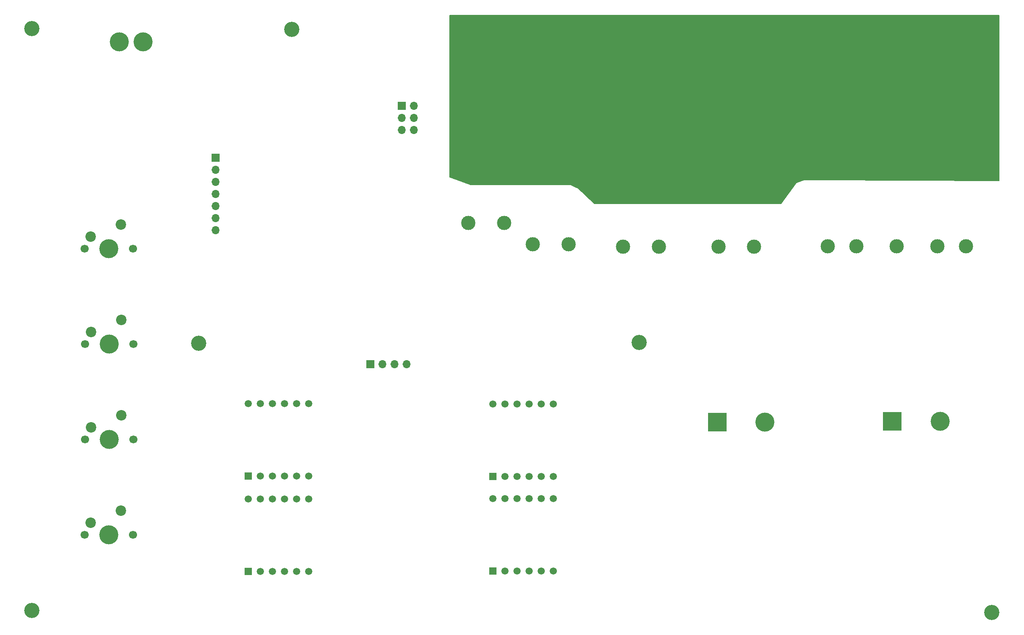
<source format=gbr>
%TF.GenerationSoftware,KiCad,Pcbnew,(6.0.9)*%
%TF.CreationDate,2022-12-30T23:11:11-05:00*%
%TF.ProjectId,reflow,7265666c-6f77-42e6-9b69-6361645f7063,rev?*%
%TF.SameCoordinates,Original*%
%TF.FileFunction,Soldermask,Bot*%
%TF.FilePolarity,Negative*%
%FSLAX46Y46*%
G04 Gerber Fmt 4.6, Leading zero omitted, Abs format (unit mm)*
G04 Created by KiCad (PCBNEW (6.0.9)) date 2022-12-30 23:11:11*
%MOMM*%
%LPD*%
G01*
G04 APERTURE LIST*
%ADD10C,0.150000*%
%ADD11C,4.000000*%
%ADD12C,3.200000*%
%ADD13R,1.700000X1.700000*%
%ADD14O,1.700000X1.700000*%
%ADD15R,1.500000X1.500000*%
%ADD16C,1.500000*%
%ADD17C,3.000000*%
%ADD18R,4.000000X4.000000*%
%ADD19C,1.700000*%
%ADD20C,2.200000*%
G04 APERTURE END LIST*
D10*
G36*
X245000000Y-58600000D02*
G01*
X207600000Y-58400000D01*
X204000000Y-58400000D01*
X202400000Y-59000000D01*
X199200000Y-63400000D01*
X160000000Y-63400000D01*
X156600000Y-60200000D01*
X155000000Y-59400000D01*
X134000000Y-59400000D01*
X129600000Y-57800000D01*
X129600000Y-23800000D01*
X245000000Y-23800000D01*
X245000000Y-58600000D01*
G37*
X245000000Y-58600000D02*
X207600000Y-58400000D01*
X204000000Y-58400000D01*
X202400000Y-59000000D01*
X199200000Y-63400000D01*
X160000000Y-63400000D01*
X156600000Y-60200000D01*
X155000000Y-59400000D01*
X134000000Y-59400000D01*
X129600000Y-57800000D01*
X129600000Y-23800000D01*
X245000000Y-23800000D01*
X245000000Y-58600000D01*
D11*
%TO.C,J2*%
X211100000Y-28600000D03*
X216100000Y-28600000D03*
X221100000Y-28600000D03*
X226100000Y-28600000D03*
X231100000Y-28600000D03*
X236100000Y-28600000D03*
%TD*%
D12*
%TO.C,H8*%
X243200000Y-36000000D03*
%TD*%
%TO.C,H7*%
X76800000Y-92800000D03*
%TD*%
%TO.C,H6*%
X41800000Y-26600000D03*
%TD*%
%TO.C,H5*%
X96400000Y-26800000D03*
%TD*%
%TO.C,H4*%
X41800000Y-149000000D03*
%TD*%
%TO.C,H3*%
X243400000Y-149400000D03*
%TD*%
%TO.C,H2*%
X144800000Y-26800000D03*
%TD*%
%TO.C,~*%
X169400000Y-92600000D03*
%TD*%
D13*
%TO.C,J6*%
X80400000Y-53800000D03*
D14*
X80400000Y-56340000D03*
X80400000Y-58880000D03*
X80400000Y-61420000D03*
X80400000Y-63960000D03*
X80400000Y-66500000D03*
X80400000Y-69040000D03*
%TD*%
D15*
%TO.C,U9*%
X87200000Y-120742500D03*
D16*
X89740000Y-120742500D03*
X92280000Y-120742500D03*
X94820000Y-120742500D03*
X97360000Y-120742500D03*
X99900000Y-120742500D03*
X99900000Y-105502500D03*
X97360000Y-105502500D03*
X94820000Y-105502500D03*
X92280000Y-105502500D03*
X89740000Y-105502500D03*
X87200000Y-105502500D03*
%TD*%
D15*
%TO.C,U10*%
X87200000Y-140800000D03*
D16*
X89740000Y-140800000D03*
X92280000Y-140800000D03*
X94820000Y-140800000D03*
X97360000Y-140800000D03*
X99900000Y-140800000D03*
X99900000Y-125560000D03*
X97360000Y-125560000D03*
X94820000Y-125560000D03*
X92280000Y-125560000D03*
X89740000Y-125560000D03*
X87200000Y-125560000D03*
%TD*%
D11*
%TO.C,J3*%
X60100000Y-29400000D03*
X65100000Y-29400000D03*
%TD*%
D17*
%TO.C,K2*%
X166000000Y-72500000D03*
X166000000Y-57250000D03*
X166000000Y-52250000D03*
X166000000Y-47250000D03*
X173500000Y-47250000D03*
X173500000Y-52250000D03*
X173500000Y-57250000D03*
X173500000Y-72500000D03*
%TD*%
D18*
%TO.C,C7*%
X222569501Y-109200000D03*
D11*
X232569501Y-109200000D03*
%TD*%
D19*
%TO.C,SW1*%
X63080000Y-93000000D03*
X52920000Y-93000000D03*
D11*
X58000000Y-93000000D03*
D20*
X60540000Y-87920000D03*
X54190000Y-90460000D03*
%TD*%
D17*
%TO.C,K4*%
X141000000Y-54750000D03*
X141000000Y-67500000D03*
X133500000Y-67500000D03*
X133500000Y-52000000D03*
%TD*%
D13*
%TO.C,J1*%
X112860000Y-97200000D03*
D14*
X115400000Y-97200000D03*
X117940000Y-97200000D03*
X120480000Y-97200000D03*
%TD*%
D17*
%TO.C,K3*%
X147000000Y-52000000D03*
X154500000Y-72000000D03*
X147000000Y-72000000D03*
X154500000Y-55500000D03*
%TD*%
D19*
%TO.C,SW2*%
X52920000Y-113000000D03*
X63080000Y-113000000D03*
D11*
X58000000Y-113000000D03*
D20*
X60540000Y-107920000D03*
X54190000Y-110460000D03*
%TD*%
D13*
%TO.C,J5*%
X119525000Y-42875000D03*
D14*
X122065000Y-42875000D03*
X119525000Y-45415000D03*
X122065000Y-45415000D03*
X119525000Y-47955000D03*
X122065000Y-47955000D03*
%TD*%
D15*
%TO.C,U12*%
X138600000Y-140700000D03*
D16*
X141140000Y-140700000D03*
X143680000Y-140700000D03*
X146220000Y-140700000D03*
X148760000Y-140700000D03*
X151300000Y-140700000D03*
X151300000Y-125460000D03*
X148760000Y-125460000D03*
X146220000Y-125460000D03*
X143680000Y-125460000D03*
X141140000Y-125460000D03*
X138600000Y-125460000D03*
%TD*%
D17*
%TO.C,K1*%
X186000000Y-72500000D03*
X186000000Y-57250000D03*
X186000000Y-52250000D03*
X186000000Y-47250000D03*
X193500000Y-47250000D03*
X193500000Y-52250000D03*
X193500000Y-57250000D03*
X193500000Y-72500000D03*
%TD*%
D18*
%TO.C,C6*%
X185769501Y-109400000D03*
D11*
X195769501Y-109400000D03*
%TD*%
%TO.C,SW4*%
X57940000Y-72920000D03*
D19*
X63020000Y-72920000D03*
X52860000Y-72920000D03*
D20*
X60480000Y-67840000D03*
X54130000Y-70380000D03*
%TD*%
D15*
%TO.C,U11*%
X138600000Y-120800000D03*
D16*
X141140000Y-120800000D03*
X143680000Y-120800000D03*
X146220000Y-120800000D03*
X148760000Y-120800000D03*
X151300000Y-120800000D03*
X151300000Y-105560000D03*
X148760000Y-105560000D03*
X146220000Y-105560000D03*
X143680000Y-105560000D03*
X141140000Y-105560000D03*
X138600000Y-105560000D03*
%TD*%
D17*
%TO.C,TRE1*%
X219000000Y-48400000D03*
X235000000Y-48400000D03*
X210500000Y-48400000D03*
X209000000Y-72400000D03*
X215000000Y-72400000D03*
X223500000Y-72400000D03*
X232000000Y-72400000D03*
X238000000Y-72400000D03*
%TD*%
D19*
%TO.C,SW3*%
X52860000Y-133120000D03*
D11*
X57940000Y-133120000D03*
D19*
X63020000Y-133120000D03*
D20*
X60480000Y-128040000D03*
X54130000Y-130580000D03*
%TD*%
D11*
%TO.C,J4*%
X161300000Y-29400000D03*
X166300000Y-29400000D03*
X171300000Y-29400000D03*
X176300000Y-29400000D03*
%TD*%
M02*

</source>
